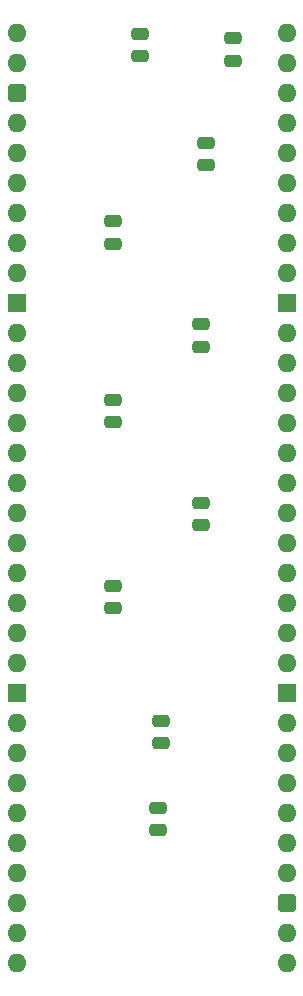
<source format=gbr>
%TF.GenerationSoftware,KiCad,Pcbnew,7.0.5*%
%TF.CreationDate,2024-01-04T10:21:34+02:00*%
%TF.ProjectId,HCP65 Device Interrupts Wide,48435036-3520-4446-9576-69636520496e,rev?*%
%TF.SameCoordinates,Original*%
%TF.FileFunction,Soldermask,Bot*%
%TF.FilePolarity,Negative*%
%FSLAX46Y46*%
G04 Gerber Fmt 4.6, Leading zero omitted, Abs format (unit mm)*
G04 Created by KiCad (PCBNEW 7.0.5) date 2024-01-04 10:21:34*
%MOMM*%
%LPD*%
G01*
G04 APERTURE LIST*
G04 Aperture macros list*
%AMRoundRect*
0 Rectangle with rounded corners*
0 $1 Rounding radius*
0 $2 $3 $4 $5 $6 $7 $8 $9 X,Y pos of 4 corners*
0 Add a 4 corners polygon primitive as box body*
4,1,4,$2,$3,$4,$5,$6,$7,$8,$9,$2,$3,0*
0 Add four circle primitives for the rounded corners*
1,1,$1+$1,$2,$3*
1,1,$1+$1,$4,$5*
1,1,$1+$1,$6,$7*
1,1,$1+$1,$8,$9*
0 Add four rect primitives between the rounded corners*
20,1,$1+$1,$2,$3,$4,$5,0*
20,1,$1+$1,$4,$5,$6,$7,0*
20,1,$1+$1,$6,$7,$8,$9,0*
20,1,$1+$1,$8,$9,$2,$3,0*%
G04 Aperture macros list end*
%ADD10O,1.600000X1.600000*%
%ADD11RoundRect,0.400000X-0.400000X-0.400000X0.400000X-0.400000X0.400000X0.400000X-0.400000X0.400000X0*%
%ADD12R,1.600000X1.600000*%
%ADD13RoundRect,0.250000X-0.475000X0.250000X-0.475000X-0.250000X0.475000X-0.250000X0.475000X0.250000X0*%
%ADD14RoundRect,0.250000X0.475000X-0.250000X0.475000X0.250000X-0.475000X0.250000X-0.475000X-0.250000X0*%
G04 APERTURE END LIST*
D10*
%TO.C,J2*%
X86360000Y-71120000D03*
X86360000Y-73660000D03*
D11*
X86360000Y-76200000D03*
D10*
X86360000Y-78740000D03*
X86360000Y-81280000D03*
X86360000Y-83820000D03*
X86360000Y-86360000D03*
X86360000Y-88900000D03*
X86360000Y-91440000D03*
D12*
X86360000Y-93980000D03*
D10*
X86360000Y-96520000D03*
X86360000Y-99060000D03*
X86360000Y-101600000D03*
X86360000Y-104140000D03*
X86360000Y-106680000D03*
X86360000Y-109220000D03*
X86360000Y-111760000D03*
X86360000Y-114300000D03*
X86360000Y-116840000D03*
X86360000Y-119380000D03*
X86360000Y-121920000D03*
X86360000Y-124460000D03*
D12*
X86360000Y-127000000D03*
D10*
X86360000Y-129540000D03*
X86360000Y-132080000D03*
X86360000Y-134620000D03*
X86360000Y-137160000D03*
X86360000Y-139700000D03*
X86360000Y-142240000D03*
X86360000Y-144780000D03*
X86360000Y-147320000D03*
X86360000Y-149860000D03*
X109220000Y-149860000D03*
X109220000Y-147320000D03*
D11*
X109220000Y-144780000D03*
D10*
X109220000Y-142240000D03*
X109220000Y-139700000D03*
X109220000Y-137160000D03*
X109220000Y-134620000D03*
X109220000Y-132080000D03*
X109220000Y-129540000D03*
D12*
X109220000Y-127000000D03*
D10*
X109220000Y-124460000D03*
X109220000Y-121920000D03*
X109220000Y-119380000D03*
X109220000Y-116840000D03*
X109220000Y-114300000D03*
X109220000Y-111760000D03*
X109220000Y-109220000D03*
X109220000Y-106680000D03*
X109220000Y-104140000D03*
X109220000Y-101600000D03*
X109220000Y-99060000D03*
X109220000Y-96520000D03*
D12*
X109220000Y-93980000D03*
D10*
X109220000Y-91440000D03*
X109220000Y-88900000D03*
X109220000Y-86360000D03*
X109220000Y-83820000D03*
X109220000Y-81280000D03*
X109220000Y-78740000D03*
X109220000Y-76200000D03*
X109220000Y-73660000D03*
X109220000Y-71120000D03*
%TD*%
D13*
%TO.C,C4*%
X96774000Y-71202000D03*
X96774000Y-73102000D03*
%TD*%
D14*
%TO.C,C8*%
X101981000Y-112821000D03*
X101981000Y-110921000D03*
%TD*%
%TO.C,C1*%
X101981000Y-97708000D03*
X101981000Y-95808000D03*
%TD*%
D13*
%TO.C,C12*%
X104648000Y-71583000D03*
X104648000Y-73483000D03*
%TD*%
%TO.C,C7*%
X94488000Y-117938000D03*
X94488000Y-119838000D03*
%TD*%
D14*
%TO.C,C6*%
X102362000Y-82341000D03*
X102362000Y-80441000D03*
%TD*%
D13*
%TO.C,C11*%
X98552000Y-129368000D03*
X98552000Y-131268000D03*
%TD*%
%TO.C,C2*%
X94488000Y-102190000D03*
X94488000Y-104090000D03*
%TD*%
%TO.C,C5*%
X98298000Y-136729500D03*
X98298000Y-138629500D03*
%TD*%
%TO.C,C3*%
X94488000Y-87077000D03*
X94488000Y-88977000D03*
%TD*%
M02*

</source>
